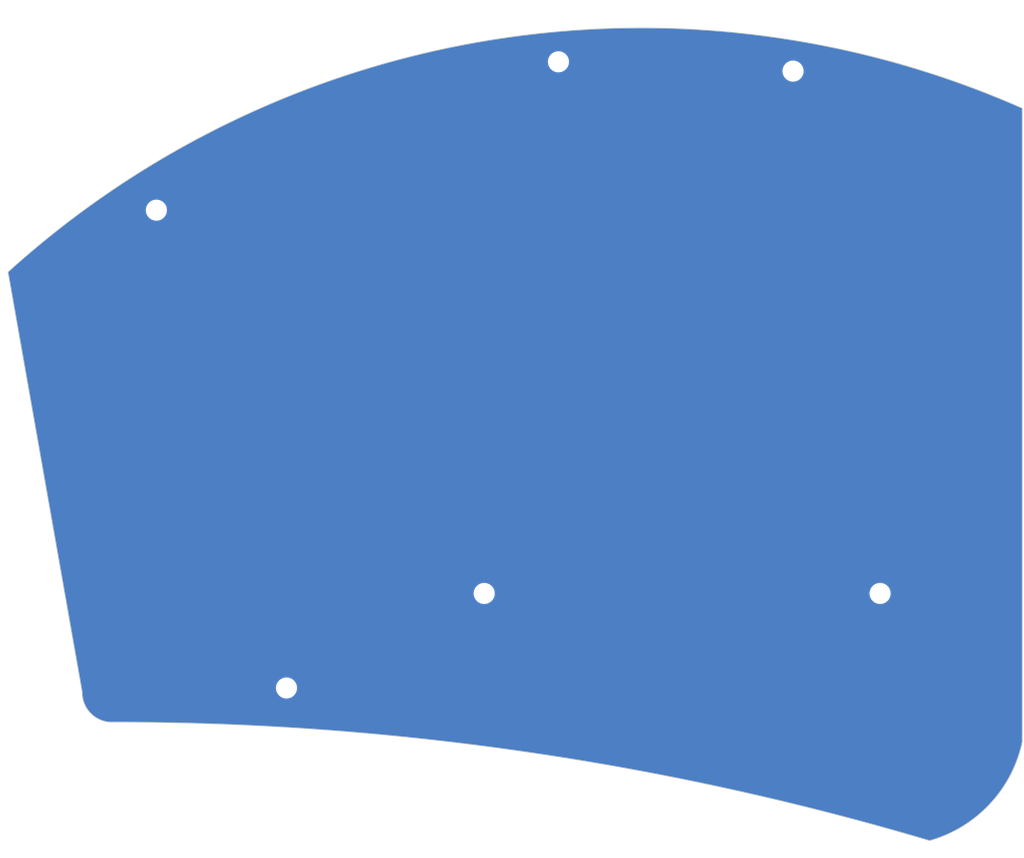
<source format=kicad_pcb>
(kicad_pcb (version 20221018) (generator pcbnew)
  (layers (0 "F.Cu" signal) (31 "B.Cu" signal) (34 "B.Paste" user) (35 "F.Paste" user) (36 "B.SilkS" user "B.Silkscreen") (37 "F.SilkS" user "F.Silkscreen") (38 "B.Mask" user) (39 "F.Mask" user) (44 "Edge.Cuts" user))
  (net 0 "")
  (net 1 "L_GND")
  (footprint "MountingHole:MountingHole_2.2mm_M2_DIN965" (layer "F.Cu") (at 126.1983 101.5936)
    (fp_text reference "H4" hide)
    (fp_text value "MountingHole")
    (pad "" np_thru_hole circle (at 0 0) (size 2.2 2.2) (drill 2.2) (layers "*.Cu" "*.Mask"))
  )
  (footprint "MountingHole:MountingHole_2.2mm_M2_DIN965" (layer "F.Cu") (at 33.3354 52.3842)
    (fp_text reference "H1" hide)
    (fp_text value "MountingHole")
    (pad "" np_thru_hole circle (at 0 0) (size 2.2 2.2) (drill 2.2) (layers "*.Cu" "*.Mask"))
  )
  (footprint "MountingHole:MountingHole_2.2mm_M2_DIN965" (layer "F.Cu") (at 84.9259 33.3354)
    (fp_text reference "H5" hide)
    (fp_text value "MountingHole")
    (pad "" np_thru_hole circle (at 0 0) (size 2.2 2.2) (drill 2.2) (layers "*.Cu" "*.Mask"))
  )
  (footprint "MountingHole:MountingHole_2.2mm_M2_DIN965" (layer "F.Cu") (at 50.03 113.73)
    (fp_text reference "H2" hide)
    (fp_text value "MountingHole")
    (pad "" np_thru_hole circle (at 0 0) (size 2.2 2.2) (drill 2.2) (layers "*.Cu" "*.Mask"))
  )
  (footprint "MountingHole:MountingHole_2.2mm_M2_DIN965" (layer "F.Cu") (at 115.03 34.53)
    (fp_text reference "H7" hide)
    (fp_text value "MountingHole")
    (pad "" np_thru_hole circle (at 0 0) (size 2.2 2.2) (drill 2.2) (layers "*.Cu" "*.Mask"))
  )
  (footprint "MountingHole:MountingHole_2.2mm_M2_DIN965" (layer "F.Cu") (at 75.4015 101.5936)
    (fp_text reference "H3" hide)
    (fp_text value "MountingHole")
    (pad "" np_thru_hole circle (at 0 0) (size 2.2 2.2) (drill 2.2) (layers "*.Cu" "*.Mask"))
  )
  (gr_arc (start 14.286601 60.3212) (mid 76.254472 30.52367) (end 144.4534 39.28815) (stroke (width 0.1)) (layer "Edge.Cuts"))
  (gr_arc (start 27.7795 118.125122) (mid 80.714005 121.944401) (end 132.5479 133.3416) (stroke (width 0.1)) (layer "Edge.Cuts"))
  (gr_line (start 144.4534 120.6424) (end 144.4534 39.28815) (stroke (width 0.1)) (layer "Edge.Cuts"))
  (gr_arc (start 27.7795 118.125122) (mid 24.97481 117.058553) (end 23.811 114.2928) (stroke (width 0.1)) (layer "Edge.Cuts"))
  (gr_arc (start 144.4534 120.6424) (mid 140.269554 128.650344) (end 132.5479 133.3416) (stroke (width 0.1)) (layer "Edge.Cuts"))
  (gr_line (start 14.2866 60.3212) (end 23.811 114.2928) (stroke (width 0.1)) (layer "Edge.Cuts"))
  (zone (net 1) (net_name "L_GND") (layer "B.Cu") (connect_pads (clearance 0.5)) (min_thickness 0.25) (fill yes (thermal_gap 0.5) (thermal_bridge_width 0.5))
    (polygon (pts (xy 144.6693 37) (xy 102.0693 25.4) (xy 61.4693 30.2) (xy 35.8693 43.4) (xy 13.2693 59) (xy 23.0693 118.8) (xy 33.0693 119.8) (xy 64.0693 121.2) (xy 92.4693 125.4) (xy 124.2693 132.6) (xy 135.0693 135.6) (xy 141.8693 128.8) (xy 144.0693 123) (xy 144.6693 120.6)))
  )
)
</source>
